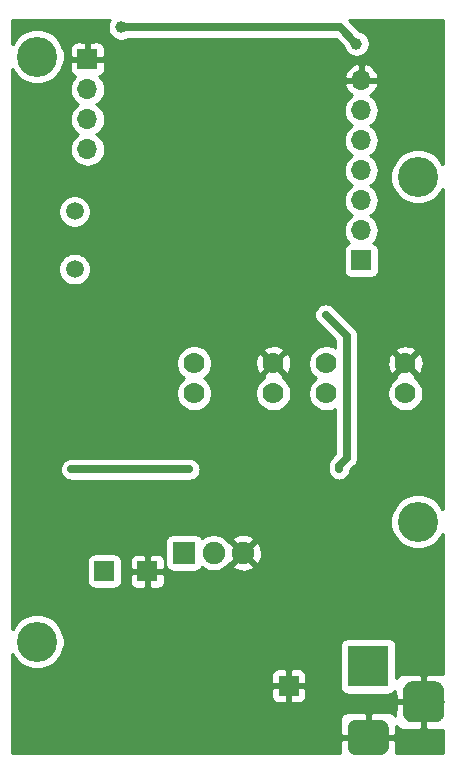
<source format=gbr>
G04 #@! TF.GenerationSoftware,KiCad,Pcbnew,(5.1.4)-1*
G04 #@! TF.CreationDate,2019-11-02T23:16:35-06:00*
G04 #@! TF.ProjectId,EncoderBoard,456e636f-6465-4724-926f-6172642e6b69,v1.0*
G04 #@! TF.SameCoordinates,Original*
G04 #@! TF.FileFunction,Copper,L2,Bot*
G04 #@! TF.FilePolarity,Positive*
%FSLAX46Y46*%
G04 Gerber Fmt 4.6, Leading zero omitted, Abs format (unit mm)*
G04 Created by KiCad (PCBNEW (5.1.4)-1) date 2019-11-02 23:16:35*
%MOMM*%
%LPD*%
G04 APERTURE LIST*
%ADD10C,1.900000*%
%ADD11R,1.900000X1.900000*%
%ADD12C,1.778000*%
%ADD13C,1.500000*%
%ADD14O,1.700000X1.700000*%
%ADD15R,1.700000X1.700000*%
%ADD16C,0.100000*%
%ADD17C,3.500000*%
%ADD18C,3.000000*%
%ADD19R,3.500000X3.500000*%
%ADD20C,3.400000*%
%ADD21C,0.450000*%
%ADD22C,1.000000*%
%ADD23C,0.635000*%
%ADD24C,0.254000*%
G04 APERTURE END LIST*
D10*
X124381647Y-129622056D03*
X121881647Y-129622056D03*
D11*
X119381647Y-129622056D03*
D12*
X126943860Y-113578640D03*
X120243860Y-113578640D03*
X126943860Y-116118640D03*
X120243860Y-116118640D03*
X138132560Y-113591340D03*
X131432560Y-113591340D03*
X138132560Y-116131340D03*
X131432560Y-116131340D03*
D13*
X110119160Y-105606240D03*
X110119160Y-100726240D03*
D14*
X134381240Y-89626440D03*
X134381240Y-92166440D03*
X134381240Y-94706440D03*
X134381240Y-97246440D03*
X134381240Y-99786440D03*
X134381240Y-102326440D03*
D15*
X134381240Y-104866440D03*
D14*
X111196120Y-95443040D03*
X111196120Y-92903040D03*
X111196120Y-90363040D03*
D15*
X111196120Y-87823040D03*
X112635407Y-131171456D03*
X116281200Y-131191000D03*
D16*
G36*
X140636365Y-140497013D02*
G01*
X140721304Y-140509613D01*
X140804599Y-140530477D01*
X140885448Y-140559405D01*
X140963072Y-140596119D01*
X141036724Y-140640264D01*
X141105694Y-140691416D01*
X141169318Y-140749082D01*
X141226984Y-140812706D01*
X141278136Y-140881676D01*
X141322281Y-140955328D01*
X141358995Y-141032952D01*
X141387923Y-141113801D01*
X141408787Y-141197096D01*
X141421387Y-141282035D01*
X141425600Y-141367800D01*
X141425600Y-143117800D01*
X141421387Y-143203565D01*
X141408787Y-143288504D01*
X141387923Y-143371799D01*
X141358995Y-143452648D01*
X141322281Y-143530272D01*
X141278136Y-143603924D01*
X141226984Y-143672894D01*
X141169318Y-143736518D01*
X141105694Y-143794184D01*
X141036724Y-143845336D01*
X140963072Y-143889481D01*
X140885448Y-143926195D01*
X140804599Y-143955123D01*
X140721304Y-143975987D01*
X140636365Y-143988587D01*
X140550600Y-143992800D01*
X138800600Y-143992800D01*
X138714835Y-143988587D01*
X138629896Y-143975987D01*
X138546601Y-143955123D01*
X138465752Y-143926195D01*
X138388128Y-143889481D01*
X138314476Y-143845336D01*
X138245506Y-143794184D01*
X138181882Y-143736518D01*
X138124216Y-143672894D01*
X138073064Y-143603924D01*
X138028919Y-143530272D01*
X137992205Y-143452648D01*
X137963277Y-143371799D01*
X137942413Y-143288504D01*
X137929813Y-143203565D01*
X137925600Y-143117800D01*
X137925600Y-141367800D01*
X137929813Y-141282035D01*
X137942413Y-141197096D01*
X137963277Y-141113801D01*
X137992205Y-141032952D01*
X138028919Y-140955328D01*
X138073064Y-140881676D01*
X138124216Y-140812706D01*
X138181882Y-140749082D01*
X138245506Y-140691416D01*
X138314476Y-140640264D01*
X138388128Y-140596119D01*
X138465752Y-140559405D01*
X138546601Y-140530477D01*
X138629896Y-140509613D01*
X138714835Y-140497013D01*
X138800600Y-140492800D01*
X140550600Y-140492800D01*
X140636365Y-140497013D01*
X140636365Y-140497013D01*
G37*
D17*
X139675600Y-142242800D03*
D16*
G36*
X136049113Y-143746411D02*
G01*
X136121918Y-143757211D01*
X136193314Y-143775095D01*
X136262613Y-143799890D01*
X136329148Y-143831359D01*
X136392278Y-143869198D01*
X136451395Y-143913042D01*
X136505930Y-143962470D01*
X136555358Y-144017005D01*
X136599202Y-144076122D01*
X136637041Y-144139252D01*
X136668510Y-144205787D01*
X136693305Y-144275086D01*
X136711189Y-144346482D01*
X136721989Y-144419287D01*
X136725600Y-144492800D01*
X136725600Y-145992800D01*
X136721989Y-146066313D01*
X136711189Y-146139118D01*
X136693305Y-146210514D01*
X136668510Y-146279813D01*
X136637041Y-146346348D01*
X136599202Y-146409478D01*
X136555358Y-146468595D01*
X136505930Y-146523130D01*
X136451395Y-146572558D01*
X136392278Y-146616402D01*
X136329148Y-146654241D01*
X136262613Y-146685710D01*
X136193314Y-146710505D01*
X136121918Y-146728389D01*
X136049113Y-146739189D01*
X135975600Y-146742800D01*
X133975600Y-146742800D01*
X133902087Y-146739189D01*
X133829282Y-146728389D01*
X133757886Y-146710505D01*
X133688587Y-146685710D01*
X133622052Y-146654241D01*
X133558922Y-146616402D01*
X133499805Y-146572558D01*
X133445270Y-146523130D01*
X133395842Y-146468595D01*
X133351998Y-146409478D01*
X133314159Y-146346348D01*
X133282690Y-146279813D01*
X133257895Y-146210514D01*
X133240011Y-146139118D01*
X133229211Y-146066313D01*
X133225600Y-145992800D01*
X133225600Y-144492800D01*
X133229211Y-144419287D01*
X133240011Y-144346482D01*
X133257895Y-144275086D01*
X133282690Y-144205787D01*
X133314159Y-144139252D01*
X133351998Y-144076122D01*
X133395842Y-144017005D01*
X133445270Y-143962470D01*
X133499805Y-143913042D01*
X133558922Y-143869198D01*
X133622052Y-143831359D01*
X133688587Y-143799890D01*
X133757886Y-143775095D01*
X133829282Y-143757211D01*
X133902087Y-143746411D01*
X133975600Y-143742800D01*
X135975600Y-143742800D01*
X136049113Y-143746411D01*
X136049113Y-143746411D01*
G37*
D18*
X134975600Y-145242800D03*
D19*
X134975600Y-139242800D03*
D15*
X128244600Y-140893800D03*
D20*
X139192000Y-97790000D03*
X106934000Y-137160000D03*
X106934000Y-87630000D03*
X139192000Y-127000000D03*
D21*
X125933200Y-98806000D03*
X128625600Y-102158800D03*
X131775200Y-98425000D03*
X116916200Y-105562400D03*
X113665000Y-106451400D03*
X112674400Y-109524800D03*
X112928400Y-110617000D03*
X112242600Y-112471200D03*
X110027712Y-111130088D03*
X123301760Y-119395240D03*
X131292600Y-128168400D03*
X110058200Y-125374400D03*
X123621800Y-141376400D03*
X116357400Y-141351000D03*
X113715800Y-141605000D03*
X112598200Y-142138400D03*
X133172200Y-130302000D03*
X108559600Y-93446600D03*
X127838200Y-110363000D03*
X114300000Y-144373600D03*
X124079000Y-110972600D03*
X124688600Y-110439200D03*
X125653800Y-110515400D03*
X130403600Y-118237000D03*
X127569367Y-130316833D03*
X128016000Y-129692400D03*
X123190000Y-139428943D03*
X114401600Y-98780600D03*
X116128800Y-98501200D03*
X119303800Y-99618800D03*
D22*
X115468400Y-86690200D03*
X135204200Y-85140800D03*
D21*
X131597400Y-90119200D03*
X108712000Y-121462800D03*
D22*
X114071400Y-85140800D03*
X133985000Y-86512400D03*
D21*
X109831000Y-122555000D03*
X119837200Y-122555000D03*
X132511800Y-122555000D03*
X131368800Y-109474000D03*
D23*
X114071400Y-85140800D02*
X132613400Y-85140800D01*
X132613400Y-85140800D02*
X133985000Y-86512400D01*
X109831000Y-122555000D02*
X119837200Y-122555000D01*
X119837200Y-122555000D02*
X119837200Y-122555000D01*
X132511800Y-122236802D02*
X133146800Y-121601802D01*
X132511800Y-122555000D02*
X132511800Y-122236802D01*
X133146800Y-121601802D02*
X133146800Y-111252000D01*
X133146800Y-111252000D02*
X131368800Y-109474000D01*
D24*
G36*
X113065576Y-84603176D02*
G01*
X112980017Y-84809733D01*
X112936400Y-85029012D01*
X112936400Y-85252588D01*
X112980017Y-85471867D01*
X113065576Y-85678424D01*
X113189788Y-85864320D01*
X113347880Y-86022412D01*
X113533776Y-86146624D01*
X113740333Y-86232183D01*
X113959612Y-86275800D01*
X114183188Y-86275800D01*
X114402467Y-86232183D01*
X114609024Y-86146624D01*
X114688829Y-86093300D01*
X132218862Y-86093300D01*
X132874892Y-86749330D01*
X132893617Y-86843467D01*
X132979176Y-87050024D01*
X133103388Y-87235920D01*
X133261480Y-87394012D01*
X133447376Y-87518224D01*
X133653933Y-87603783D01*
X133873212Y-87647400D01*
X134096788Y-87647400D01*
X134316067Y-87603783D01*
X134522624Y-87518224D01*
X134708520Y-87394012D01*
X134866612Y-87235920D01*
X134990824Y-87050024D01*
X135076383Y-86843467D01*
X135120000Y-86624188D01*
X135120000Y-86400612D01*
X135076383Y-86181333D01*
X134990824Y-85974776D01*
X134866612Y-85788880D01*
X134708520Y-85630788D01*
X134522624Y-85506576D01*
X134316067Y-85421017D01*
X134221930Y-85402292D01*
X133324238Y-84504600D01*
X141276000Y-84504600D01*
X141276000Y-96719573D01*
X141261250Y-96683963D01*
X141005713Y-96301524D01*
X140680476Y-95976287D01*
X140298037Y-95720750D01*
X139873094Y-95544733D01*
X139421977Y-95455000D01*
X138962023Y-95455000D01*
X138510906Y-95544733D01*
X138085963Y-95720750D01*
X137703524Y-95976287D01*
X137378287Y-96301524D01*
X137122750Y-96683963D01*
X136946733Y-97108906D01*
X136857000Y-97560023D01*
X136857000Y-98019977D01*
X136946733Y-98471094D01*
X137122750Y-98896037D01*
X137378287Y-99278476D01*
X137703524Y-99603713D01*
X138085963Y-99859250D01*
X138510906Y-100035267D01*
X138962023Y-100125000D01*
X139421977Y-100125000D01*
X139873094Y-100035267D01*
X140298037Y-99859250D01*
X140680476Y-99603713D01*
X141005713Y-99278476D01*
X141261250Y-98896037D01*
X141276000Y-98860427D01*
X141276001Y-125929574D01*
X141261250Y-125893963D01*
X141005713Y-125511524D01*
X140680476Y-125186287D01*
X140298037Y-124930750D01*
X139873094Y-124754733D01*
X139421977Y-124665000D01*
X138962023Y-124665000D01*
X138510906Y-124754733D01*
X138085963Y-124930750D01*
X137703524Y-125186287D01*
X137378287Y-125511524D01*
X137122750Y-125893963D01*
X136946733Y-126318906D01*
X136857000Y-126770023D01*
X136857000Y-127229977D01*
X136946733Y-127681094D01*
X137122750Y-128106037D01*
X137378287Y-128488476D01*
X137703524Y-128813713D01*
X138085963Y-129069250D01*
X138510906Y-129245267D01*
X138962023Y-129335000D01*
X139421977Y-129335000D01*
X139873094Y-129245267D01*
X140298037Y-129069250D01*
X140680476Y-128813713D01*
X141005713Y-128488476D01*
X141261250Y-128106037D01*
X141276001Y-128070426D01*
X141276001Y-139855042D01*
X139961350Y-139857800D01*
X139802600Y-140016550D01*
X139802600Y-142115800D01*
X139822600Y-142115800D01*
X139822600Y-142369800D01*
X139802600Y-142369800D01*
X139802600Y-144469050D01*
X139961350Y-144627800D01*
X141276001Y-144630558D01*
X141276001Y-146610000D01*
X137363336Y-146610000D01*
X137360600Y-145528550D01*
X137201850Y-145369800D01*
X135102600Y-145369800D01*
X135102600Y-145389800D01*
X134848600Y-145389800D01*
X134848600Y-145369800D01*
X132749350Y-145369800D01*
X132590600Y-145528550D01*
X132587864Y-146610000D01*
X104850000Y-146610000D01*
X104850000Y-143742800D01*
X132587528Y-143742800D01*
X132590600Y-144957050D01*
X132749350Y-145115800D01*
X134848600Y-145115800D01*
X134848600Y-143266550D01*
X135102600Y-143266550D01*
X135102600Y-145115800D01*
X137201850Y-145115800D01*
X137360600Y-144957050D01*
X137362298Y-144285995D01*
X137395063Y-144347294D01*
X137474415Y-144443985D01*
X137571106Y-144523337D01*
X137681420Y-144582302D01*
X137801118Y-144618612D01*
X137925600Y-144630872D01*
X139389850Y-144627800D01*
X139548600Y-144469050D01*
X139548600Y-142369800D01*
X137449350Y-142369800D01*
X137290600Y-142528550D01*
X137288669Y-143449167D01*
X137256137Y-143388306D01*
X137176785Y-143291615D01*
X137080094Y-143212263D01*
X136969780Y-143153298D01*
X136850082Y-143116988D01*
X136725600Y-143104728D01*
X135261350Y-143107800D01*
X135102600Y-143266550D01*
X134848600Y-143266550D01*
X134689850Y-143107800D01*
X133225600Y-143104728D01*
X133101118Y-143116988D01*
X132981420Y-143153298D01*
X132871106Y-143212263D01*
X132774415Y-143291615D01*
X132695063Y-143388306D01*
X132636098Y-143498620D01*
X132599788Y-143618318D01*
X132587528Y-143742800D01*
X104850000Y-143742800D01*
X104850000Y-141743800D01*
X126756528Y-141743800D01*
X126768788Y-141868282D01*
X126805098Y-141987980D01*
X126864063Y-142098294D01*
X126943415Y-142194985D01*
X127040106Y-142274337D01*
X127150420Y-142333302D01*
X127270118Y-142369612D01*
X127394600Y-142381872D01*
X127958850Y-142378800D01*
X128117600Y-142220050D01*
X128117600Y-141020800D01*
X128371600Y-141020800D01*
X128371600Y-142220050D01*
X128530350Y-142378800D01*
X129094600Y-142381872D01*
X129219082Y-142369612D01*
X129338780Y-142333302D01*
X129449094Y-142274337D01*
X129545785Y-142194985D01*
X129625137Y-142098294D01*
X129684102Y-141987980D01*
X129720412Y-141868282D01*
X129732672Y-141743800D01*
X129729600Y-141179550D01*
X129570850Y-141020800D01*
X128371600Y-141020800D01*
X128117600Y-141020800D01*
X126918350Y-141020800D01*
X126759600Y-141179550D01*
X126756528Y-141743800D01*
X104850000Y-141743800D01*
X104850000Y-140043800D01*
X126756528Y-140043800D01*
X126759600Y-140608050D01*
X126918350Y-140766800D01*
X128117600Y-140766800D01*
X128117600Y-139567550D01*
X128371600Y-139567550D01*
X128371600Y-140766800D01*
X129570850Y-140766800D01*
X129729600Y-140608050D01*
X129732672Y-140043800D01*
X129720412Y-139919318D01*
X129684102Y-139799620D01*
X129625137Y-139689306D01*
X129545785Y-139592615D01*
X129449094Y-139513263D01*
X129338780Y-139454298D01*
X129219082Y-139417988D01*
X129094600Y-139405728D01*
X128530350Y-139408800D01*
X128371600Y-139567550D01*
X128117600Y-139567550D01*
X127958850Y-139408800D01*
X127394600Y-139405728D01*
X127270118Y-139417988D01*
X127150420Y-139454298D01*
X127040106Y-139513263D01*
X126943415Y-139592615D01*
X126864063Y-139689306D01*
X126805098Y-139799620D01*
X126768788Y-139919318D01*
X126756528Y-140043800D01*
X104850000Y-140043800D01*
X104850000Y-138230427D01*
X104864750Y-138266037D01*
X105120287Y-138648476D01*
X105445524Y-138973713D01*
X105827963Y-139229250D01*
X106252906Y-139405267D01*
X106704023Y-139495000D01*
X107163977Y-139495000D01*
X107615094Y-139405267D01*
X108040037Y-139229250D01*
X108422476Y-138973713D01*
X108747713Y-138648476D01*
X109003250Y-138266037D01*
X109179267Y-137841094D01*
X109248547Y-137492800D01*
X132587528Y-137492800D01*
X132587528Y-140992800D01*
X132599788Y-141117282D01*
X132636098Y-141236980D01*
X132695063Y-141347294D01*
X132774415Y-141443985D01*
X132871106Y-141523337D01*
X132981420Y-141582302D01*
X133101118Y-141618612D01*
X133225600Y-141630872D01*
X136725600Y-141630872D01*
X136850082Y-141618612D01*
X136969780Y-141582302D01*
X137080094Y-141523337D01*
X137176785Y-141443985D01*
X137256137Y-141347294D01*
X137289191Y-141285455D01*
X137290600Y-141957050D01*
X137449350Y-142115800D01*
X139548600Y-142115800D01*
X139548600Y-140016550D01*
X139389850Y-139857800D01*
X137925600Y-139854728D01*
X137801118Y-139866988D01*
X137681420Y-139903298D01*
X137571106Y-139962263D01*
X137474415Y-140041615D01*
X137395063Y-140138306D01*
X137363672Y-140197033D01*
X137363672Y-137492800D01*
X137351412Y-137368318D01*
X137315102Y-137248620D01*
X137256137Y-137138306D01*
X137176785Y-137041615D01*
X137080094Y-136962263D01*
X136969780Y-136903298D01*
X136850082Y-136866988D01*
X136725600Y-136854728D01*
X133225600Y-136854728D01*
X133101118Y-136866988D01*
X132981420Y-136903298D01*
X132871106Y-136962263D01*
X132774415Y-137041615D01*
X132695063Y-137138306D01*
X132636098Y-137248620D01*
X132599788Y-137368318D01*
X132587528Y-137492800D01*
X109248547Y-137492800D01*
X109269000Y-137389977D01*
X109269000Y-136930023D01*
X109179267Y-136478906D01*
X109003250Y-136053963D01*
X108747713Y-135671524D01*
X108422476Y-135346287D01*
X108040037Y-135090750D01*
X107615094Y-134914733D01*
X107163977Y-134825000D01*
X106704023Y-134825000D01*
X106252906Y-134914733D01*
X105827963Y-135090750D01*
X105445524Y-135346287D01*
X105120287Y-135671524D01*
X104864750Y-136053963D01*
X104850000Y-136089573D01*
X104850000Y-130321456D01*
X111147335Y-130321456D01*
X111147335Y-132021456D01*
X111159595Y-132145938D01*
X111195905Y-132265636D01*
X111254870Y-132375950D01*
X111334222Y-132472641D01*
X111430913Y-132551993D01*
X111541227Y-132610958D01*
X111660925Y-132647268D01*
X111785407Y-132659528D01*
X113485407Y-132659528D01*
X113609889Y-132647268D01*
X113729587Y-132610958D01*
X113839901Y-132551993D01*
X113936592Y-132472641D01*
X114015944Y-132375950D01*
X114074909Y-132265636D01*
X114111219Y-132145938D01*
X114121554Y-132041000D01*
X114793128Y-132041000D01*
X114805388Y-132165482D01*
X114841698Y-132285180D01*
X114900663Y-132395494D01*
X114980015Y-132492185D01*
X115076706Y-132571537D01*
X115187020Y-132630502D01*
X115306718Y-132666812D01*
X115431200Y-132679072D01*
X115995450Y-132676000D01*
X116154200Y-132517250D01*
X116154200Y-131318000D01*
X116408200Y-131318000D01*
X116408200Y-132517250D01*
X116566950Y-132676000D01*
X117131200Y-132679072D01*
X117255682Y-132666812D01*
X117375380Y-132630502D01*
X117485694Y-132571537D01*
X117582385Y-132492185D01*
X117661737Y-132395494D01*
X117720702Y-132285180D01*
X117757012Y-132165482D01*
X117769272Y-132041000D01*
X117766200Y-131476750D01*
X117607450Y-131318000D01*
X116408200Y-131318000D01*
X116154200Y-131318000D01*
X114954950Y-131318000D01*
X114796200Y-131476750D01*
X114793128Y-132041000D01*
X114121554Y-132041000D01*
X114123479Y-132021456D01*
X114123479Y-130341000D01*
X114793128Y-130341000D01*
X114796200Y-130905250D01*
X114954950Y-131064000D01*
X116154200Y-131064000D01*
X116154200Y-129864750D01*
X116408200Y-129864750D01*
X116408200Y-131064000D01*
X117607450Y-131064000D01*
X117766200Y-130905250D01*
X117769272Y-130341000D01*
X117757012Y-130216518D01*
X117720702Y-130096820D01*
X117661737Y-129986506D01*
X117582385Y-129889815D01*
X117485694Y-129810463D01*
X117375380Y-129751498D01*
X117255682Y-129715188D01*
X117131200Y-129702928D01*
X116566950Y-129706000D01*
X116408200Y-129864750D01*
X116154200Y-129864750D01*
X115995450Y-129706000D01*
X115431200Y-129702928D01*
X115306718Y-129715188D01*
X115187020Y-129751498D01*
X115076706Y-129810463D01*
X114980015Y-129889815D01*
X114900663Y-129986506D01*
X114841698Y-130096820D01*
X114805388Y-130216518D01*
X114793128Y-130341000D01*
X114123479Y-130341000D01*
X114123479Y-130321456D01*
X114111219Y-130196974D01*
X114074909Y-130077276D01*
X114015944Y-129966962D01*
X113936592Y-129870271D01*
X113839901Y-129790919D01*
X113729587Y-129731954D01*
X113609889Y-129695644D01*
X113485407Y-129683384D01*
X111785407Y-129683384D01*
X111660925Y-129695644D01*
X111541227Y-129731954D01*
X111430913Y-129790919D01*
X111334222Y-129870271D01*
X111254870Y-129966962D01*
X111195905Y-130077276D01*
X111159595Y-130196974D01*
X111147335Y-130321456D01*
X104850000Y-130321456D01*
X104850000Y-128672056D01*
X117793575Y-128672056D01*
X117793575Y-130572056D01*
X117805835Y-130696538D01*
X117842145Y-130816236D01*
X117901110Y-130926550D01*
X117980462Y-131023241D01*
X118077153Y-131102593D01*
X118187467Y-131161558D01*
X118307165Y-131197868D01*
X118431647Y-131210128D01*
X120331647Y-131210128D01*
X120456129Y-131197868D01*
X120575827Y-131161558D01*
X120686141Y-131102593D01*
X120782832Y-131023241D01*
X120862184Y-130926550D01*
X120893461Y-130868035D01*
X121130868Y-131026665D01*
X121419320Y-131146145D01*
X121725538Y-131207056D01*
X122037756Y-131207056D01*
X122343974Y-131146145D01*
X122632426Y-131026665D01*
X122892026Y-130853206D01*
X123023424Y-130721808D01*
X123461500Y-130721808D01*
X123551226Y-130981098D01*
X123832318Y-131116991D01*
X124134520Y-131195435D01*
X124446220Y-131213415D01*
X124755438Y-131170240D01*
X125050291Y-131067569D01*
X125212068Y-130981098D01*
X125301794Y-130721808D01*
X124381647Y-129801661D01*
X123461500Y-130721808D01*
X123023424Y-130721808D01*
X123112797Y-130632435D01*
X123193522Y-130511622D01*
X123281895Y-130542203D01*
X124202042Y-129622056D01*
X124561252Y-129622056D01*
X125481399Y-130542203D01*
X125740689Y-130452477D01*
X125876582Y-130171385D01*
X125955026Y-129869183D01*
X125973006Y-129557483D01*
X125929831Y-129248265D01*
X125827160Y-128953412D01*
X125740689Y-128791635D01*
X125481399Y-128701909D01*
X124561252Y-129622056D01*
X124202042Y-129622056D01*
X123281895Y-128701909D01*
X123193522Y-128732490D01*
X123112797Y-128611677D01*
X123023424Y-128522304D01*
X123461500Y-128522304D01*
X124381647Y-129442451D01*
X125301794Y-128522304D01*
X125212068Y-128263014D01*
X124930976Y-128127121D01*
X124628774Y-128048677D01*
X124317074Y-128030697D01*
X124007856Y-128073872D01*
X123713003Y-128176543D01*
X123551226Y-128263014D01*
X123461500Y-128522304D01*
X123023424Y-128522304D01*
X122892026Y-128390906D01*
X122632426Y-128217447D01*
X122343974Y-128097967D01*
X122037756Y-128037056D01*
X121725538Y-128037056D01*
X121419320Y-128097967D01*
X121130868Y-128217447D01*
X120893461Y-128376077D01*
X120862184Y-128317562D01*
X120782832Y-128220871D01*
X120686141Y-128141519D01*
X120575827Y-128082554D01*
X120456129Y-128046244D01*
X120331647Y-128033984D01*
X118431647Y-128033984D01*
X118307165Y-128046244D01*
X118187467Y-128082554D01*
X118077153Y-128141519D01*
X117980462Y-128220871D01*
X117901110Y-128317562D01*
X117842145Y-128427876D01*
X117805835Y-128547574D01*
X117793575Y-128672056D01*
X104850000Y-128672056D01*
X104850000Y-122555000D01*
X108873892Y-122555000D01*
X108892283Y-122741723D01*
X108946748Y-122921269D01*
X109035194Y-123086741D01*
X109154222Y-123231778D01*
X109299259Y-123350806D01*
X109464731Y-123439252D01*
X109644277Y-123493717D01*
X109784215Y-123507500D01*
X119883985Y-123507500D01*
X120023923Y-123493717D01*
X120203469Y-123439252D01*
X120368941Y-123350806D01*
X120513978Y-123231778D01*
X120633006Y-123086741D01*
X120721452Y-122921269D01*
X120775917Y-122741723D01*
X120794308Y-122555000D01*
X120775917Y-122368277D01*
X120721452Y-122188731D01*
X120633006Y-122023259D01*
X120513978Y-121878222D01*
X120368941Y-121759194D01*
X120203469Y-121670748D01*
X120023923Y-121616283D01*
X119883985Y-121602500D01*
X109784215Y-121602500D01*
X109644277Y-121616283D01*
X109464731Y-121670748D01*
X109299259Y-121759194D01*
X109154222Y-121878222D01*
X109035194Y-122023259D01*
X108946748Y-122188731D01*
X108892283Y-122368277D01*
X108873892Y-122555000D01*
X104850000Y-122555000D01*
X104850000Y-113428539D01*
X118719860Y-113428539D01*
X118719860Y-113728741D01*
X118778426Y-114023174D01*
X118893309Y-114300525D01*
X119060092Y-114550133D01*
X119272367Y-114762408D01*
X119401422Y-114848640D01*
X119272367Y-114934872D01*
X119060092Y-115147147D01*
X118893309Y-115396755D01*
X118778426Y-115674106D01*
X118719860Y-115968539D01*
X118719860Y-116268741D01*
X118778426Y-116563174D01*
X118893309Y-116840525D01*
X119060092Y-117090133D01*
X119272367Y-117302408D01*
X119521975Y-117469191D01*
X119799326Y-117584074D01*
X120093759Y-117642640D01*
X120393961Y-117642640D01*
X120688394Y-117584074D01*
X120965745Y-117469191D01*
X121215353Y-117302408D01*
X121427628Y-117090133D01*
X121594411Y-116840525D01*
X121709294Y-116563174D01*
X121767860Y-116268741D01*
X121767860Y-115968539D01*
X125419860Y-115968539D01*
X125419860Y-116268741D01*
X125478426Y-116563174D01*
X125593309Y-116840525D01*
X125760092Y-117090133D01*
X125972367Y-117302408D01*
X126221975Y-117469191D01*
X126499326Y-117584074D01*
X126793759Y-117642640D01*
X127093961Y-117642640D01*
X127388394Y-117584074D01*
X127665745Y-117469191D01*
X127915353Y-117302408D01*
X128127628Y-117090133D01*
X128294411Y-116840525D01*
X128409294Y-116563174D01*
X128467860Y-116268741D01*
X128467860Y-115968539D01*
X128409294Y-115674106D01*
X128294411Y-115396755D01*
X128127628Y-115147147D01*
X127915353Y-114934872D01*
X127757238Y-114829223D01*
X127820486Y-114634871D01*
X126943860Y-113758245D01*
X126067234Y-114634871D01*
X126130482Y-114829223D01*
X125972367Y-114934872D01*
X125760092Y-115147147D01*
X125593309Y-115396755D01*
X125478426Y-115674106D01*
X125419860Y-115968539D01*
X121767860Y-115968539D01*
X121709294Y-115674106D01*
X121594411Y-115396755D01*
X121427628Y-115147147D01*
X121215353Y-114934872D01*
X121086298Y-114848640D01*
X121215353Y-114762408D01*
X121427628Y-114550133D01*
X121594411Y-114300525D01*
X121709294Y-114023174D01*
X121767860Y-113728741D01*
X121767860Y-113645628D01*
X125413952Y-113645628D01*
X125456417Y-113942811D01*
X125556044Y-114225999D01*
X125634571Y-114372913D01*
X125887629Y-114455266D01*
X126764255Y-113578640D01*
X127123465Y-113578640D01*
X128000091Y-114455266D01*
X128253149Y-114372913D01*
X128382946Y-114102222D01*
X128457440Y-113811410D01*
X128473768Y-113511652D01*
X128463707Y-113441239D01*
X129908560Y-113441239D01*
X129908560Y-113741441D01*
X129967126Y-114035874D01*
X130082009Y-114313225D01*
X130248792Y-114562833D01*
X130461067Y-114775108D01*
X130590122Y-114861340D01*
X130461067Y-114947572D01*
X130248792Y-115159847D01*
X130082009Y-115409455D01*
X129967126Y-115686806D01*
X129908560Y-115981239D01*
X129908560Y-116281441D01*
X129967126Y-116575874D01*
X130082009Y-116853225D01*
X130248792Y-117102833D01*
X130461067Y-117315108D01*
X130710675Y-117481891D01*
X130988026Y-117596774D01*
X131282459Y-117655340D01*
X131582661Y-117655340D01*
X131877094Y-117596774D01*
X132154445Y-117481891D01*
X132194300Y-117455260D01*
X132194300Y-121207265D01*
X131871365Y-121530199D01*
X131835023Y-121560024D01*
X131715994Y-121705061D01*
X131627548Y-121870533D01*
X131581219Y-122023259D01*
X131573083Y-122050080D01*
X131554692Y-122236802D01*
X131559300Y-122283587D01*
X131559300Y-122601784D01*
X131573083Y-122741722D01*
X131627548Y-122921268D01*
X131715994Y-123086741D01*
X131835022Y-123231778D01*
X131980059Y-123350806D01*
X132145531Y-123439252D01*
X132325077Y-123493717D01*
X132511800Y-123512108D01*
X132698522Y-123493717D01*
X132878068Y-123439252D01*
X133043541Y-123350806D01*
X133188578Y-123231778D01*
X133307606Y-123086741D01*
X133396052Y-122921269D01*
X133450517Y-122741723D01*
X133461071Y-122634569D01*
X133787226Y-122308413D01*
X133823578Y-122278580D01*
X133942606Y-122133543D01*
X134010361Y-122006782D01*
X134031052Y-121968072D01*
X134060640Y-121870533D01*
X134085517Y-121788525D01*
X134099300Y-121648587D01*
X134099300Y-121648586D01*
X134103908Y-121601802D01*
X134099300Y-121555017D01*
X134099300Y-115981239D01*
X136608560Y-115981239D01*
X136608560Y-116281441D01*
X136667126Y-116575874D01*
X136782009Y-116853225D01*
X136948792Y-117102833D01*
X137161067Y-117315108D01*
X137410675Y-117481891D01*
X137688026Y-117596774D01*
X137982459Y-117655340D01*
X138282661Y-117655340D01*
X138577094Y-117596774D01*
X138854445Y-117481891D01*
X139104053Y-117315108D01*
X139316328Y-117102833D01*
X139483111Y-116853225D01*
X139597994Y-116575874D01*
X139656560Y-116281441D01*
X139656560Y-115981239D01*
X139597994Y-115686806D01*
X139483111Y-115409455D01*
X139316328Y-115159847D01*
X139104053Y-114947572D01*
X138945938Y-114841923D01*
X139009186Y-114647571D01*
X138132560Y-113770945D01*
X137255934Y-114647571D01*
X137319182Y-114841923D01*
X137161067Y-114947572D01*
X136948792Y-115159847D01*
X136782009Y-115409455D01*
X136667126Y-115686806D01*
X136608560Y-115981239D01*
X134099300Y-115981239D01*
X134099300Y-113658328D01*
X136602652Y-113658328D01*
X136645117Y-113955511D01*
X136744744Y-114238699D01*
X136823271Y-114385613D01*
X137076329Y-114467966D01*
X137952955Y-113591340D01*
X138312165Y-113591340D01*
X139188791Y-114467966D01*
X139441849Y-114385613D01*
X139571646Y-114114922D01*
X139646140Y-113824110D01*
X139662468Y-113524352D01*
X139620003Y-113227169D01*
X139520376Y-112943981D01*
X139441849Y-112797067D01*
X139188791Y-112714714D01*
X138312165Y-113591340D01*
X137952955Y-113591340D01*
X137076329Y-112714714D01*
X136823271Y-112797067D01*
X136693474Y-113067758D01*
X136618980Y-113358570D01*
X136602652Y-113658328D01*
X134099300Y-113658328D01*
X134099300Y-112535109D01*
X137255934Y-112535109D01*
X138132560Y-113411735D01*
X139009186Y-112535109D01*
X138926833Y-112282051D01*
X138656142Y-112152254D01*
X138365330Y-112077760D01*
X138065572Y-112061432D01*
X137768389Y-112103897D01*
X137485201Y-112203524D01*
X137338287Y-112282051D01*
X137255934Y-112535109D01*
X134099300Y-112535109D01*
X134099300Y-111298785D01*
X134103908Y-111252000D01*
X134085517Y-111065278D01*
X134031052Y-110885730D01*
X133986829Y-110802995D01*
X133942606Y-110720259D01*
X133823578Y-110575222D01*
X133787236Y-110545397D01*
X132009237Y-108767399D01*
X131900540Y-108678194D01*
X131735069Y-108589749D01*
X131555522Y-108535283D01*
X131368800Y-108516892D01*
X131182078Y-108535283D01*
X131002531Y-108589749D01*
X130837060Y-108678194D01*
X130692023Y-108797223D01*
X130572994Y-108942260D01*
X130484549Y-109107731D01*
X130430083Y-109287278D01*
X130411692Y-109474000D01*
X130430083Y-109660722D01*
X130484549Y-109840269D01*
X130572994Y-110005740D01*
X130662199Y-110114437D01*
X132194301Y-111646540D01*
X132194301Y-112267420D01*
X132154445Y-112240789D01*
X131877094Y-112125906D01*
X131582661Y-112067340D01*
X131282459Y-112067340D01*
X130988026Y-112125906D01*
X130710675Y-112240789D01*
X130461067Y-112407572D01*
X130248792Y-112619847D01*
X130082009Y-112869455D01*
X129967126Y-113146806D01*
X129908560Y-113441239D01*
X128463707Y-113441239D01*
X128431303Y-113214469D01*
X128331676Y-112931281D01*
X128253149Y-112784367D01*
X128000091Y-112702014D01*
X127123465Y-113578640D01*
X126764255Y-113578640D01*
X125887629Y-112702014D01*
X125634571Y-112784367D01*
X125504774Y-113055058D01*
X125430280Y-113345870D01*
X125413952Y-113645628D01*
X121767860Y-113645628D01*
X121767860Y-113428539D01*
X121709294Y-113134106D01*
X121594411Y-112856755D01*
X121427628Y-112607147D01*
X121342890Y-112522409D01*
X126067234Y-112522409D01*
X126943860Y-113399035D01*
X127820486Y-112522409D01*
X127738133Y-112269351D01*
X127467442Y-112139554D01*
X127176630Y-112065060D01*
X126876872Y-112048732D01*
X126579689Y-112091197D01*
X126296501Y-112190824D01*
X126149587Y-112269351D01*
X126067234Y-112522409D01*
X121342890Y-112522409D01*
X121215353Y-112394872D01*
X120965745Y-112228089D01*
X120688394Y-112113206D01*
X120393961Y-112054640D01*
X120093759Y-112054640D01*
X119799326Y-112113206D01*
X119521975Y-112228089D01*
X119272367Y-112394872D01*
X119060092Y-112607147D01*
X118893309Y-112856755D01*
X118778426Y-113134106D01*
X118719860Y-113428539D01*
X104850000Y-113428539D01*
X104850000Y-105469829D01*
X108734160Y-105469829D01*
X108734160Y-105742651D01*
X108787385Y-106010229D01*
X108891789Y-106262283D01*
X109043361Y-106489126D01*
X109236274Y-106682039D01*
X109463117Y-106833611D01*
X109715171Y-106938015D01*
X109982749Y-106991240D01*
X110255571Y-106991240D01*
X110523149Y-106938015D01*
X110775203Y-106833611D01*
X111002046Y-106682039D01*
X111194959Y-106489126D01*
X111346531Y-106262283D01*
X111450935Y-106010229D01*
X111504160Y-105742651D01*
X111504160Y-105469829D01*
X111450935Y-105202251D01*
X111346531Y-104950197D01*
X111194959Y-104723354D01*
X111002046Y-104530441D01*
X110775203Y-104378869D01*
X110523149Y-104274465D01*
X110255571Y-104221240D01*
X109982749Y-104221240D01*
X109715171Y-104274465D01*
X109463117Y-104378869D01*
X109236274Y-104530441D01*
X109043361Y-104723354D01*
X108891789Y-104950197D01*
X108787385Y-105202251D01*
X108734160Y-105469829D01*
X104850000Y-105469829D01*
X104850000Y-100589829D01*
X108734160Y-100589829D01*
X108734160Y-100862651D01*
X108787385Y-101130229D01*
X108891789Y-101382283D01*
X109043361Y-101609126D01*
X109236274Y-101802039D01*
X109463117Y-101953611D01*
X109715171Y-102058015D01*
X109982749Y-102111240D01*
X110255571Y-102111240D01*
X110523149Y-102058015D01*
X110775203Y-101953611D01*
X111002046Y-101802039D01*
X111194959Y-101609126D01*
X111346531Y-101382283D01*
X111450935Y-101130229D01*
X111504160Y-100862651D01*
X111504160Y-100589829D01*
X111450935Y-100322251D01*
X111346531Y-100070197D01*
X111194959Y-99843354D01*
X111002046Y-99650441D01*
X110775203Y-99498869D01*
X110523149Y-99394465D01*
X110255571Y-99341240D01*
X109982749Y-99341240D01*
X109715171Y-99394465D01*
X109463117Y-99498869D01*
X109236274Y-99650441D01*
X109043361Y-99843354D01*
X108891789Y-100070197D01*
X108787385Y-100322251D01*
X108734160Y-100589829D01*
X104850000Y-100589829D01*
X104850000Y-90363040D01*
X109703935Y-90363040D01*
X109732607Y-90654151D01*
X109817521Y-90934074D01*
X109955414Y-91192054D01*
X110140986Y-91418174D01*
X110367106Y-91603746D01*
X110421911Y-91633040D01*
X110367106Y-91662334D01*
X110140986Y-91847906D01*
X109955414Y-92074026D01*
X109817521Y-92332006D01*
X109732607Y-92611929D01*
X109703935Y-92903040D01*
X109732607Y-93194151D01*
X109817521Y-93474074D01*
X109955414Y-93732054D01*
X110140986Y-93958174D01*
X110367106Y-94143746D01*
X110421911Y-94173040D01*
X110367106Y-94202334D01*
X110140986Y-94387906D01*
X109955414Y-94614026D01*
X109817521Y-94872006D01*
X109732607Y-95151929D01*
X109703935Y-95443040D01*
X109732607Y-95734151D01*
X109817521Y-96014074D01*
X109955414Y-96272054D01*
X110140986Y-96498174D01*
X110367106Y-96683746D01*
X110625086Y-96821639D01*
X110905009Y-96906553D01*
X111123170Y-96928040D01*
X111269070Y-96928040D01*
X111487231Y-96906553D01*
X111767154Y-96821639D01*
X112025134Y-96683746D01*
X112251254Y-96498174D01*
X112436826Y-96272054D01*
X112574719Y-96014074D01*
X112659633Y-95734151D01*
X112688305Y-95443040D01*
X112659633Y-95151929D01*
X112574719Y-94872006D01*
X112436826Y-94614026D01*
X112251254Y-94387906D01*
X112025134Y-94202334D01*
X111970329Y-94173040D01*
X112025134Y-94143746D01*
X112251254Y-93958174D01*
X112436826Y-93732054D01*
X112574719Y-93474074D01*
X112659633Y-93194151D01*
X112688305Y-92903040D01*
X112659633Y-92611929D01*
X112574719Y-92332006D01*
X112486223Y-92166440D01*
X132889055Y-92166440D01*
X132917727Y-92457551D01*
X133002641Y-92737474D01*
X133140534Y-92995454D01*
X133326106Y-93221574D01*
X133552226Y-93407146D01*
X133607031Y-93436440D01*
X133552226Y-93465734D01*
X133326106Y-93651306D01*
X133140534Y-93877426D01*
X133002641Y-94135406D01*
X132917727Y-94415329D01*
X132889055Y-94706440D01*
X132917727Y-94997551D01*
X133002641Y-95277474D01*
X133140534Y-95535454D01*
X133326106Y-95761574D01*
X133552226Y-95947146D01*
X133607031Y-95976440D01*
X133552226Y-96005734D01*
X133326106Y-96191306D01*
X133140534Y-96417426D01*
X133002641Y-96675406D01*
X132917727Y-96955329D01*
X132889055Y-97246440D01*
X132917727Y-97537551D01*
X133002641Y-97817474D01*
X133140534Y-98075454D01*
X133326106Y-98301574D01*
X133552226Y-98487146D01*
X133607031Y-98516440D01*
X133552226Y-98545734D01*
X133326106Y-98731306D01*
X133140534Y-98957426D01*
X133002641Y-99215406D01*
X132917727Y-99495329D01*
X132889055Y-99786440D01*
X132917727Y-100077551D01*
X133002641Y-100357474D01*
X133140534Y-100615454D01*
X133326106Y-100841574D01*
X133552226Y-101027146D01*
X133607031Y-101056440D01*
X133552226Y-101085734D01*
X133326106Y-101271306D01*
X133140534Y-101497426D01*
X133002641Y-101755406D01*
X132917727Y-102035329D01*
X132889055Y-102326440D01*
X132917727Y-102617551D01*
X133002641Y-102897474D01*
X133140534Y-103155454D01*
X133326106Y-103381574D01*
X133355927Y-103406047D01*
X133287060Y-103426938D01*
X133176746Y-103485903D01*
X133080055Y-103565255D01*
X133000703Y-103661946D01*
X132941738Y-103772260D01*
X132905428Y-103891958D01*
X132893168Y-104016440D01*
X132893168Y-105716440D01*
X132905428Y-105840922D01*
X132941738Y-105960620D01*
X133000703Y-106070934D01*
X133080055Y-106167625D01*
X133176746Y-106246977D01*
X133287060Y-106305942D01*
X133406758Y-106342252D01*
X133531240Y-106354512D01*
X135231240Y-106354512D01*
X135355722Y-106342252D01*
X135475420Y-106305942D01*
X135585734Y-106246977D01*
X135682425Y-106167625D01*
X135761777Y-106070934D01*
X135820742Y-105960620D01*
X135857052Y-105840922D01*
X135869312Y-105716440D01*
X135869312Y-104016440D01*
X135857052Y-103891958D01*
X135820742Y-103772260D01*
X135761777Y-103661946D01*
X135682425Y-103565255D01*
X135585734Y-103485903D01*
X135475420Y-103426938D01*
X135406553Y-103406047D01*
X135436374Y-103381574D01*
X135621946Y-103155454D01*
X135759839Y-102897474D01*
X135844753Y-102617551D01*
X135873425Y-102326440D01*
X135844753Y-102035329D01*
X135759839Y-101755406D01*
X135621946Y-101497426D01*
X135436374Y-101271306D01*
X135210254Y-101085734D01*
X135155449Y-101056440D01*
X135210254Y-101027146D01*
X135436374Y-100841574D01*
X135621946Y-100615454D01*
X135759839Y-100357474D01*
X135844753Y-100077551D01*
X135873425Y-99786440D01*
X135844753Y-99495329D01*
X135759839Y-99215406D01*
X135621946Y-98957426D01*
X135436374Y-98731306D01*
X135210254Y-98545734D01*
X135155449Y-98516440D01*
X135210254Y-98487146D01*
X135436374Y-98301574D01*
X135621946Y-98075454D01*
X135759839Y-97817474D01*
X135844753Y-97537551D01*
X135873425Y-97246440D01*
X135844753Y-96955329D01*
X135759839Y-96675406D01*
X135621946Y-96417426D01*
X135436374Y-96191306D01*
X135210254Y-96005734D01*
X135155449Y-95976440D01*
X135210254Y-95947146D01*
X135436374Y-95761574D01*
X135621946Y-95535454D01*
X135759839Y-95277474D01*
X135844753Y-94997551D01*
X135873425Y-94706440D01*
X135844753Y-94415329D01*
X135759839Y-94135406D01*
X135621946Y-93877426D01*
X135436374Y-93651306D01*
X135210254Y-93465734D01*
X135155449Y-93436440D01*
X135210254Y-93407146D01*
X135436374Y-93221574D01*
X135621946Y-92995454D01*
X135759839Y-92737474D01*
X135844753Y-92457551D01*
X135873425Y-92166440D01*
X135844753Y-91875329D01*
X135759839Y-91595406D01*
X135621946Y-91337426D01*
X135436374Y-91111306D01*
X135210254Y-90925734D01*
X135145717Y-90891239D01*
X135262595Y-90821618D01*
X135478828Y-90626709D01*
X135652881Y-90393360D01*
X135778065Y-90130539D01*
X135822716Y-89983330D01*
X135701395Y-89753440D01*
X134508240Y-89753440D01*
X134508240Y-89773440D01*
X134254240Y-89773440D01*
X134254240Y-89753440D01*
X133061085Y-89753440D01*
X132939764Y-89983330D01*
X132984415Y-90130539D01*
X133109599Y-90393360D01*
X133283652Y-90626709D01*
X133499885Y-90821618D01*
X133616763Y-90891239D01*
X133552226Y-90925734D01*
X133326106Y-91111306D01*
X133140534Y-91337426D01*
X133002641Y-91595406D01*
X132917727Y-91875329D01*
X132889055Y-92166440D01*
X112486223Y-92166440D01*
X112436826Y-92074026D01*
X112251254Y-91847906D01*
X112025134Y-91662334D01*
X111970329Y-91633040D01*
X112025134Y-91603746D01*
X112251254Y-91418174D01*
X112436826Y-91192054D01*
X112574719Y-90934074D01*
X112659633Y-90654151D01*
X112688305Y-90363040D01*
X112659633Y-90071929D01*
X112574719Y-89792006D01*
X112436826Y-89534026D01*
X112251254Y-89307906D01*
X112221433Y-89283433D01*
X112267198Y-89269550D01*
X132939764Y-89269550D01*
X133061085Y-89499440D01*
X134254240Y-89499440D01*
X134254240Y-88305626D01*
X134508240Y-88305626D01*
X134508240Y-89499440D01*
X135701395Y-89499440D01*
X135822716Y-89269550D01*
X135778065Y-89122341D01*
X135652881Y-88859520D01*
X135478828Y-88626171D01*
X135262595Y-88431262D01*
X135012492Y-88282283D01*
X134738131Y-88184959D01*
X134508240Y-88305626D01*
X134254240Y-88305626D01*
X134024349Y-88184959D01*
X133749988Y-88282283D01*
X133499885Y-88431262D01*
X133283652Y-88626171D01*
X133109599Y-88859520D01*
X132984415Y-89122341D01*
X132939764Y-89269550D01*
X112267198Y-89269550D01*
X112290300Y-89262542D01*
X112400614Y-89203577D01*
X112497305Y-89124225D01*
X112576657Y-89027534D01*
X112635622Y-88917220D01*
X112671932Y-88797522D01*
X112684192Y-88673040D01*
X112681120Y-88108790D01*
X112522370Y-87950040D01*
X111323120Y-87950040D01*
X111323120Y-87970040D01*
X111069120Y-87970040D01*
X111069120Y-87950040D01*
X109869870Y-87950040D01*
X109711120Y-88108790D01*
X109708048Y-88673040D01*
X109720308Y-88797522D01*
X109756618Y-88917220D01*
X109815583Y-89027534D01*
X109894935Y-89124225D01*
X109991626Y-89203577D01*
X110101940Y-89262542D01*
X110170807Y-89283433D01*
X110140986Y-89307906D01*
X109955414Y-89534026D01*
X109817521Y-89792006D01*
X109732607Y-90071929D01*
X109703935Y-90363040D01*
X104850000Y-90363040D01*
X104850000Y-88700427D01*
X104864750Y-88736037D01*
X105120287Y-89118476D01*
X105445524Y-89443713D01*
X105827963Y-89699250D01*
X106252906Y-89875267D01*
X106704023Y-89965000D01*
X107163977Y-89965000D01*
X107615094Y-89875267D01*
X108040037Y-89699250D01*
X108422476Y-89443713D01*
X108747713Y-89118476D01*
X109003250Y-88736037D01*
X109179267Y-88311094D01*
X109269000Y-87859977D01*
X109269000Y-87400023D01*
X109184068Y-86973040D01*
X109708048Y-86973040D01*
X109711120Y-87537290D01*
X109869870Y-87696040D01*
X111069120Y-87696040D01*
X111069120Y-86496790D01*
X111323120Y-86496790D01*
X111323120Y-87696040D01*
X112522370Y-87696040D01*
X112681120Y-87537290D01*
X112684192Y-86973040D01*
X112671932Y-86848558D01*
X112635622Y-86728860D01*
X112576657Y-86618546D01*
X112497305Y-86521855D01*
X112400614Y-86442503D01*
X112290300Y-86383538D01*
X112170602Y-86347228D01*
X112046120Y-86334968D01*
X111481870Y-86338040D01*
X111323120Y-86496790D01*
X111069120Y-86496790D01*
X110910370Y-86338040D01*
X110346120Y-86334968D01*
X110221638Y-86347228D01*
X110101940Y-86383538D01*
X109991626Y-86442503D01*
X109894935Y-86521855D01*
X109815583Y-86618546D01*
X109756618Y-86728860D01*
X109720308Y-86848558D01*
X109708048Y-86973040D01*
X109184068Y-86973040D01*
X109179267Y-86948906D01*
X109003250Y-86523963D01*
X108747713Y-86141524D01*
X108422476Y-85816287D01*
X108040037Y-85560750D01*
X107615094Y-85384733D01*
X107163977Y-85295000D01*
X106704023Y-85295000D01*
X106252906Y-85384733D01*
X105827963Y-85560750D01*
X105445524Y-85816287D01*
X105120287Y-86141524D01*
X104864750Y-86523963D01*
X104850000Y-86559573D01*
X104850000Y-84504600D01*
X113131443Y-84504600D01*
X113065576Y-84603176D01*
X113065576Y-84603176D01*
G37*
X113065576Y-84603176D02*
X112980017Y-84809733D01*
X112936400Y-85029012D01*
X112936400Y-85252588D01*
X112980017Y-85471867D01*
X113065576Y-85678424D01*
X113189788Y-85864320D01*
X113347880Y-86022412D01*
X113533776Y-86146624D01*
X113740333Y-86232183D01*
X113959612Y-86275800D01*
X114183188Y-86275800D01*
X114402467Y-86232183D01*
X114609024Y-86146624D01*
X114688829Y-86093300D01*
X132218862Y-86093300D01*
X132874892Y-86749330D01*
X132893617Y-86843467D01*
X132979176Y-87050024D01*
X133103388Y-87235920D01*
X133261480Y-87394012D01*
X133447376Y-87518224D01*
X133653933Y-87603783D01*
X133873212Y-87647400D01*
X134096788Y-87647400D01*
X134316067Y-87603783D01*
X134522624Y-87518224D01*
X134708520Y-87394012D01*
X134866612Y-87235920D01*
X134990824Y-87050024D01*
X135076383Y-86843467D01*
X135120000Y-86624188D01*
X135120000Y-86400612D01*
X135076383Y-86181333D01*
X134990824Y-85974776D01*
X134866612Y-85788880D01*
X134708520Y-85630788D01*
X134522624Y-85506576D01*
X134316067Y-85421017D01*
X134221930Y-85402292D01*
X133324238Y-84504600D01*
X141276000Y-84504600D01*
X141276000Y-96719573D01*
X141261250Y-96683963D01*
X141005713Y-96301524D01*
X140680476Y-95976287D01*
X140298037Y-95720750D01*
X139873094Y-95544733D01*
X139421977Y-95455000D01*
X138962023Y-95455000D01*
X138510906Y-95544733D01*
X138085963Y-95720750D01*
X137703524Y-95976287D01*
X137378287Y-96301524D01*
X137122750Y-96683963D01*
X136946733Y-97108906D01*
X136857000Y-97560023D01*
X136857000Y-98019977D01*
X136946733Y-98471094D01*
X137122750Y-98896037D01*
X137378287Y-99278476D01*
X137703524Y-99603713D01*
X138085963Y-99859250D01*
X138510906Y-100035267D01*
X138962023Y-100125000D01*
X139421977Y-100125000D01*
X139873094Y-100035267D01*
X140298037Y-99859250D01*
X140680476Y-99603713D01*
X141005713Y-99278476D01*
X141261250Y-98896037D01*
X141276000Y-98860427D01*
X141276001Y-125929574D01*
X141261250Y-125893963D01*
X141005713Y-125511524D01*
X140680476Y-125186287D01*
X140298037Y-124930750D01*
X139873094Y-124754733D01*
X139421977Y-124665000D01*
X138962023Y-124665000D01*
X138510906Y-124754733D01*
X138085963Y-124930750D01*
X137703524Y-125186287D01*
X137378287Y-125511524D01*
X137122750Y-125893963D01*
X136946733Y-126318906D01*
X136857000Y-126770023D01*
X136857000Y-127229977D01*
X136946733Y-127681094D01*
X137122750Y-128106037D01*
X137378287Y-128488476D01*
X137703524Y-128813713D01*
X138085963Y-129069250D01*
X138510906Y-129245267D01*
X138962023Y-129335000D01*
X139421977Y-129335000D01*
X139873094Y-129245267D01*
X140298037Y-129069250D01*
X140680476Y-128813713D01*
X141005713Y-128488476D01*
X141261250Y-128106037D01*
X141276001Y-128070426D01*
X141276001Y-139855042D01*
X139961350Y-139857800D01*
X139802600Y-140016550D01*
X139802600Y-142115800D01*
X139822600Y-142115800D01*
X139822600Y-142369800D01*
X139802600Y-142369800D01*
X139802600Y-144469050D01*
X139961350Y-144627800D01*
X141276001Y-144630558D01*
X141276001Y-146610000D01*
X137363336Y-146610000D01*
X137360600Y-145528550D01*
X137201850Y-145369800D01*
X135102600Y-145369800D01*
X135102600Y-145389800D01*
X134848600Y-145389800D01*
X134848600Y-145369800D01*
X132749350Y-145369800D01*
X132590600Y-145528550D01*
X132587864Y-146610000D01*
X104850000Y-146610000D01*
X104850000Y-143742800D01*
X132587528Y-143742800D01*
X132590600Y-144957050D01*
X132749350Y-145115800D01*
X134848600Y-145115800D01*
X134848600Y-143266550D01*
X135102600Y-143266550D01*
X135102600Y-145115800D01*
X137201850Y-145115800D01*
X137360600Y-144957050D01*
X137362298Y-144285995D01*
X137395063Y-144347294D01*
X137474415Y-144443985D01*
X137571106Y-144523337D01*
X137681420Y-144582302D01*
X137801118Y-144618612D01*
X137925600Y-144630872D01*
X139389850Y-144627800D01*
X139548600Y-144469050D01*
X139548600Y-142369800D01*
X137449350Y-142369800D01*
X137290600Y-142528550D01*
X137288669Y-143449167D01*
X137256137Y-143388306D01*
X137176785Y-143291615D01*
X137080094Y-143212263D01*
X136969780Y-143153298D01*
X136850082Y-143116988D01*
X136725600Y-143104728D01*
X135261350Y-143107800D01*
X135102600Y-143266550D01*
X134848600Y-143266550D01*
X134689850Y-143107800D01*
X133225600Y-143104728D01*
X133101118Y-143116988D01*
X132981420Y-143153298D01*
X132871106Y-143212263D01*
X132774415Y-143291615D01*
X132695063Y-143388306D01*
X132636098Y-143498620D01*
X132599788Y-143618318D01*
X132587528Y-143742800D01*
X104850000Y-143742800D01*
X104850000Y-141743800D01*
X126756528Y-141743800D01*
X126768788Y-141868282D01*
X126805098Y-141987980D01*
X126864063Y-142098294D01*
X126943415Y-142194985D01*
X127040106Y-142274337D01*
X127150420Y-142333302D01*
X127270118Y-142369612D01*
X127394600Y-142381872D01*
X127958850Y-142378800D01*
X128117600Y-142220050D01*
X128117600Y-141020800D01*
X128371600Y-141020800D01*
X128371600Y-142220050D01*
X128530350Y-142378800D01*
X129094600Y-142381872D01*
X129219082Y-142369612D01*
X129338780Y-142333302D01*
X129449094Y-142274337D01*
X129545785Y-142194985D01*
X129625137Y-142098294D01*
X129684102Y-141987980D01*
X129720412Y-141868282D01*
X129732672Y-141743800D01*
X129729600Y-141179550D01*
X129570850Y-141020800D01*
X128371600Y-141020800D01*
X128117600Y-141020800D01*
X126918350Y-141020800D01*
X126759600Y-141179550D01*
X126756528Y-141743800D01*
X104850000Y-141743800D01*
X104850000Y-140043800D01*
X126756528Y-140043800D01*
X126759600Y-140608050D01*
X126918350Y-140766800D01*
X128117600Y-140766800D01*
X128117600Y-139567550D01*
X128371600Y-139567550D01*
X128371600Y-140766800D01*
X129570850Y-140766800D01*
X129729600Y-140608050D01*
X129732672Y-140043800D01*
X129720412Y-139919318D01*
X129684102Y-139799620D01*
X129625137Y-139689306D01*
X129545785Y-139592615D01*
X129449094Y-139513263D01*
X129338780Y-139454298D01*
X129219082Y-139417988D01*
X129094600Y-139405728D01*
X128530350Y-139408800D01*
X128371600Y-139567550D01*
X128117600Y-139567550D01*
X127958850Y-139408800D01*
X127394600Y-139405728D01*
X127270118Y-139417988D01*
X127150420Y-139454298D01*
X127040106Y-139513263D01*
X126943415Y-139592615D01*
X126864063Y-139689306D01*
X126805098Y-139799620D01*
X126768788Y-139919318D01*
X126756528Y-140043800D01*
X104850000Y-140043800D01*
X104850000Y-138230427D01*
X104864750Y-138266037D01*
X105120287Y-138648476D01*
X105445524Y-138973713D01*
X105827963Y-139229250D01*
X106252906Y-139405267D01*
X106704023Y-139495000D01*
X107163977Y-139495000D01*
X107615094Y-139405267D01*
X108040037Y-139229250D01*
X108422476Y-138973713D01*
X108747713Y-138648476D01*
X109003250Y-138266037D01*
X109179267Y-137841094D01*
X109248547Y-137492800D01*
X132587528Y-137492800D01*
X132587528Y-140992800D01*
X132599788Y-141117282D01*
X132636098Y-141236980D01*
X132695063Y-141347294D01*
X132774415Y-141443985D01*
X132871106Y-141523337D01*
X132981420Y-141582302D01*
X133101118Y-141618612D01*
X133225600Y-141630872D01*
X136725600Y-141630872D01*
X136850082Y-141618612D01*
X136969780Y-141582302D01*
X137080094Y-141523337D01*
X137176785Y-141443985D01*
X137256137Y-141347294D01*
X137289191Y-141285455D01*
X137290600Y-141957050D01*
X137449350Y-142115800D01*
X139548600Y-142115800D01*
X139548600Y-140016550D01*
X139389850Y-139857800D01*
X137925600Y-139854728D01*
X137801118Y-139866988D01*
X137681420Y-139903298D01*
X137571106Y-139962263D01*
X137474415Y-140041615D01*
X137395063Y-140138306D01*
X137363672Y-140197033D01*
X137363672Y-137492800D01*
X137351412Y-137368318D01*
X137315102Y-137248620D01*
X137256137Y-137138306D01*
X137176785Y-137041615D01*
X137080094Y-136962263D01*
X136969780Y-136903298D01*
X136850082Y-136866988D01*
X136725600Y-136854728D01*
X133225600Y-136854728D01*
X133101118Y-136866988D01*
X132981420Y-136903298D01*
X132871106Y-136962263D01*
X132774415Y-137041615D01*
X132695063Y-137138306D01*
X132636098Y-137248620D01*
X132599788Y-137368318D01*
X132587528Y-137492800D01*
X109248547Y-137492800D01*
X109269000Y-137389977D01*
X109269000Y-136930023D01*
X109179267Y-136478906D01*
X109003250Y-136053963D01*
X108747713Y-135671524D01*
X108422476Y-135346287D01*
X108040037Y-135090750D01*
X107615094Y-134914733D01*
X107163977Y-134825000D01*
X106704023Y-134825000D01*
X106252906Y-134914733D01*
X105827963Y-135090750D01*
X105445524Y-135346287D01*
X105120287Y-135671524D01*
X104864750Y-136053963D01*
X104850000Y-136089573D01*
X104850000Y-130321456D01*
X111147335Y-130321456D01*
X111147335Y-132021456D01*
X111159595Y-132145938D01*
X111195905Y-132265636D01*
X111254870Y-132375950D01*
X111334222Y-132472641D01*
X111430913Y-132551993D01*
X111541227Y-132610958D01*
X111660925Y-132647268D01*
X111785407Y-132659528D01*
X113485407Y-132659528D01*
X113609889Y-132647268D01*
X113729587Y-132610958D01*
X113839901Y-132551993D01*
X113936592Y-132472641D01*
X114015944Y-132375950D01*
X114074909Y-132265636D01*
X114111219Y-132145938D01*
X114121554Y-132041000D01*
X114793128Y-132041000D01*
X114805388Y-132165482D01*
X114841698Y-132285180D01*
X114900663Y-132395494D01*
X114980015Y-132492185D01*
X115076706Y-132571537D01*
X115187020Y-132630502D01*
X115306718Y-132666812D01*
X115431200Y-132679072D01*
X115995450Y-132676000D01*
X116154200Y-132517250D01*
X116154200Y-131318000D01*
X116408200Y-131318000D01*
X116408200Y-132517250D01*
X116566950Y-132676000D01*
X117131200Y-132679072D01*
X117255682Y-132666812D01*
X117375380Y-132630502D01*
X117485694Y-132571537D01*
X117582385Y-132492185D01*
X117661737Y-132395494D01*
X117720702Y-132285180D01*
X117757012Y-132165482D01*
X117769272Y-132041000D01*
X117766200Y-131476750D01*
X117607450Y-131318000D01*
X116408200Y-131318000D01*
X116154200Y-131318000D01*
X114954950Y-131318000D01*
X114796200Y-131476750D01*
X114793128Y-132041000D01*
X114121554Y-132041000D01*
X114123479Y-132021456D01*
X114123479Y-130341000D01*
X114793128Y-130341000D01*
X114796200Y-130905250D01*
X114954950Y-131064000D01*
X116154200Y-131064000D01*
X116154200Y-129864750D01*
X116408200Y-129864750D01*
X116408200Y-131064000D01*
X117607450Y-131064000D01*
X117766200Y-130905250D01*
X117769272Y-130341000D01*
X117757012Y-130216518D01*
X117720702Y-130096820D01*
X117661737Y-129986506D01*
X117582385Y-129889815D01*
X117485694Y-129810463D01*
X117375380Y-129751498D01*
X117255682Y-129715188D01*
X117131200Y-129702928D01*
X116566950Y-129706000D01*
X116408200Y-129864750D01*
X116154200Y-129864750D01*
X115995450Y-129706000D01*
X115431200Y-129702928D01*
X115306718Y-129715188D01*
X115187020Y-129751498D01*
X115076706Y-129810463D01*
X114980015Y-129889815D01*
X114900663Y-129986506D01*
X114841698Y-130096820D01*
X114805388Y-130216518D01*
X114793128Y-130341000D01*
X114123479Y-130341000D01*
X114123479Y-130321456D01*
X114111219Y-130196974D01*
X114074909Y-130077276D01*
X114015944Y-129966962D01*
X113936592Y-129870271D01*
X113839901Y-129790919D01*
X113729587Y-129731954D01*
X113609889Y-129695644D01*
X113485407Y-129683384D01*
X111785407Y-129683384D01*
X111660925Y-129695644D01*
X111541227Y-129731954D01*
X111430913Y-129790919D01*
X111334222Y-129870271D01*
X111254870Y-129966962D01*
X111195905Y-130077276D01*
X111159595Y-130196974D01*
X111147335Y-130321456D01*
X104850000Y-130321456D01*
X104850000Y-128672056D01*
X117793575Y-128672056D01*
X117793575Y-130572056D01*
X117805835Y-130696538D01*
X117842145Y-130816236D01*
X117901110Y-130926550D01*
X117980462Y-131023241D01*
X118077153Y-131102593D01*
X118187467Y-131161558D01*
X118307165Y-131197868D01*
X118431647Y-131210128D01*
X120331647Y-131210128D01*
X120456129Y-131197868D01*
X120575827Y-131161558D01*
X120686141Y-131102593D01*
X120782832Y-131023241D01*
X120862184Y-130926550D01*
X120893461Y-130868035D01*
X121130868Y-131026665D01*
X121419320Y-131146145D01*
X121725538Y-131207056D01*
X122037756Y-131207056D01*
X122343974Y-131146145D01*
X122632426Y-131026665D01*
X122892026Y-130853206D01*
X123023424Y-130721808D01*
X123461500Y-130721808D01*
X123551226Y-130981098D01*
X123832318Y-131116991D01*
X124134520Y-131195435D01*
X124446220Y-131213415D01*
X124755438Y-131170240D01*
X125050291Y-131067569D01*
X125212068Y-130981098D01*
X125301794Y-130721808D01*
X124381647Y-129801661D01*
X123461500Y-130721808D01*
X123023424Y-130721808D01*
X123112797Y-130632435D01*
X123193522Y-130511622D01*
X123281895Y-130542203D01*
X124202042Y-129622056D01*
X124561252Y-129622056D01*
X125481399Y-130542203D01*
X125740689Y-130452477D01*
X125876582Y-130171385D01*
X125955026Y-129869183D01*
X125973006Y-129557483D01*
X125929831Y-129248265D01*
X125827160Y-128953412D01*
X125740689Y-128791635D01*
X125481399Y-128701909D01*
X124561252Y-129622056D01*
X124202042Y-129622056D01*
X123281895Y-128701909D01*
X123193522Y-128732490D01*
X123112797Y-128611677D01*
X123023424Y-128522304D01*
X123461500Y-128522304D01*
X124381647Y-129442451D01*
X125301794Y-128522304D01*
X125212068Y-128263014D01*
X124930976Y-128127121D01*
X124628774Y-128048677D01*
X124317074Y-128030697D01*
X124007856Y-128073872D01*
X123713003Y-128176543D01*
X123551226Y-128263014D01*
X123461500Y-128522304D01*
X123023424Y-128522304D01*
X122892026Y-128390906D01*
X122632426Y-128217447D01*
X122343974Y-128097967D01*
X122037756Y-128037056D01*
X121725538Y-128037056D01*
X121419320Y-128097967D01*
X121130868Y-128217447D01*
X120893461Y-128376077D01*
X120862184Y-128317562D01*
X120782832Y-128220871D01*
X120686141Y-128141519D01*
X120575827Y-128082554D01*
X120456129Y-128046244D01*
X120331647Y-128033984D01*
X118431647Y-128033984D01*
X118307165Y-128046244D01*
X118187467Y-128082554D01*
X118077153Y-128141519D01*
X117980462Y-128220871D01*
X117901110Y-128317562D01*
X117842145Y-128427876D01*
X117805835Y-128547574D01*
X117793575Y-128672056D01*
X104850000Y-128672056D01*
X104850000Y-122555000D01*
X108873892Y-122555000D01*
X108892283Y-122741723D01*
X108946748Y-122921269D01*
X109035194Y-123086741D01*
X109154222Y-123231778D01*
X109299259Y-123350806D01*
X109464731Y-123439252D01*
X109644277Y-123493717D01*
X109784215Y-123507500D01*
X119883985Y-123507500D01*
X120023923Y-123493717D01*
X120203469Y-123439252D01*
X120368941Y-123350806D01*
X120513978Y-123231778D01*
X120633006Y-123086741D01*
X120721452Y-122921269D01*
X120775917Y-122741723D01*
X120794308Y-122555000D01*
X120775917Y-122368277D01*
X120721452Y-122188731D01*
X120633006Y-122023259D01*
X120513978Y-121878222D01*
X120368941Y-121759194D01*
X120203469Y-121670748D01*
X120023923Y-121616283D01*
X119883985Y-121602500D01*
X109784215Y-121602500D01*
X109644277Y-121616283D01*
X109464731Y-121670748D01*
X109299259Y-121759194D01*
X109154222Y-121878222D01*
X109035194Y-122023259D01*
X108946748Y-122188731D01*
X108892283Y-122368277D01*
X108873892Y-122555000D01*
X104850000Y-122555000D01*
X104850000Y-113428539D01*
X118719860Y-113428539D01*
X118719860Y-113728741D01*
X118778426Y-114023174D01*
X118893309Y-114300525D01*
X119060092Y-114550133D01*
X119272367Y-114762408D01*
X119401422Y-114848640D01*
X119272367Y-114934872D01*
X119060092Y-115147147D01*
X118893309Y-115396755D01*
X118778426Y-115674106D01*
X118719860Y-115968539D01*
X118719860Y-116268741D01*
X118778426Y-116563174D01*
X118893309Y-116840525D01*
X119060092Y-117090133D01*
X119272367Y-117302408D01*
X119521975Y-117469191D01*
X119799326Y-117584074D01*
X120093759Y-117642640D01*
X120393961Y-117642640D01*
X120688394Y-117584074D01*
X120965745Y-117469191D01*
X121215353Y-117302408D01*
X121427628Y-117090133D01*
X121594411Y-116840525D01*
X121709294Y-116563174D01*
X121767860Y-116268741D01*
X121767860Y-115968539D01*
X125419860Y-115968539D01*
X125419860Y-116268741D01*
X125478426Y-116563174D01*
X125593309Y-116840525D01*
X125760092Y-117090133D01*
X125972367Y-117302408D01*
X126221975Y-117469191D01*
X126499326Y-117584074D01*
X126793759Y-117642640D01*
X127093961Y-117642640D01*
X127388394Y-117584074D01*
X127665745Y-117469191D01*
X127915353Y-117302408D01*
X128127628Y-117090133D01*
X128294411Y-116840525D01*
X128409294Y-116563174D01*
X128467860Y-116268741D01*
X128467860Y-115968539D01*
X128409294Y-115674106D01*
X128294411Y-115396755D01*
X128127628Y-115147147D01*
X127915353Y-114934872D01*
X127757238Y-114829223D01*
X127820486Y-114634871D01*
X126943860Y-113758245D01*
X126067234Y-114634871D01*
X126130482Y-114829223D01*
X125972367Y-114934872D01*
X125760092Y-115147147D01*
X125593309Y-115396755D01*
X125478426Y-115674106D01*
X125419860Y-115968539D01*
X121767860Y-115968539D01*
X121709294Y-115674106D01*
X121594411Y-115396755D01*
X121427628Y-115147147D01*
X121215353Y-114934872D01*
X121086298Y-114848640D01*
X121215353Y-114762408D01*
X121427628Y-114550133D01*
X121594411Y-114300525D01*
X121709294Y-114023174D01*
X121767860Y-113728741D01*
X121767860Y-113645628D01*
X125413952Y-113645628D01*
X125456417Y-113942811D01*
X125556044Y-114225999D01*
X125634571Y-114372913D01*
X125887629Y-114455266D01*
X126764255Y-113578640D01*
X127123465Y-113578640D01*
X128000091Y-114455266D01*
X128253149Y-114372913D01*
X128382946Y-114102222D01*
X128457440Y-113811410D01*
X128473768Y-113511652D01*
X128463707Y-113441239D01*
X129908560Y-113441239D01*
X129908560Y-113741441D01*
X129967126Y-114035874D01*
X130082009Y-114313225D01*
X130248792Y-114562833D01*
X130461067Y-114775108D01*
X130590122Y-114861340D01*
X130461067Y-114947572D01*
X130248792Y-115159847D01*
X130082009Y-115409455D01*
X129967126Y-115686806D01*
X129908560Y-115981239D01*
X129908560Y-116281441D01*
X129967126Y-116575874D01*
X130082009Y-116853225D01*
X130248792Y-117102833D01*
X130461067Y-117315108D01*
X130710675Y-117481891D01*
X130988026Y-117596774D01*
X131282459Y-117655340D01*
X131582661Y-117655340D01*
X131877094Y-117596774D01*
X132154445Y-117481891D01*
X132194300Y-117455260D01*
X132194300Y-121207265D01*
X131871365Y-121530199D01*
X131835023Y-121560024D01*
X131715994Y-121705061D01*
X131627548Y-121870533D01*
X131581219Y-122023259D01*
X131573083Y-122050080D01*
X131554692Y-122236802D01*
X131559300Y-122283587D01*
X131559300Y-122601784D01*
X131573083Y-122741722D01*
X131627548Y-122921268D01*
X131715994Y-123086741D01*
X131835022Y-123231778D01*
X131980059Y-123350806D01*
X132145531Y-123439252D01*
X132325077Y-123493717D01*
X132511800Y-123512108D01*
X132698522Y-123493717D01*
X132878068Y-123439252D01*
X133043541Y-123350806D01*
X133188578Y-123231778D01*
X133307606Y-123086741D01*
X133396052Y-122921269D01*
X133450517Y-122741723D01*
X133461071Y-122634569D01*
X133787226Y-122308413D01*
X133823578Y-122278580D01*
X133942606Y-122133543D01*
X134010361Y-122006782D01*
X134031052Y-121968072D01*
X134060640Y-121870533D01*
X134085517Y-121788525D01*
X134099300Y-121648587D01*
X134099300Y-121648586D01*
X134103908Y-121601802D01*
X134099300Y-121555017D01*
X134099300Y-115981239D01*
X136608560Y-115981239D01*
X136608560Y-116281441D01*
X136667126Y-116575874D01*
X136782009Y-116853225D01*
X136948792Y-117102833D01*
X137161067Y-117315108D01*
X137410675Y-117481891D01*
X137688026Y-117596774D01*
X137982459Y-117655340D01*
X138282661Y-117655340D01*
X138577094Y-117596774D01*
X138854445Y-117481891D01*
X139104053Y-117315108D01*
X139316328Y-117102833D01*
X139483111Y-116853225D01*
X139597994Y-116575874D01*
X139656560Y-116281441D01*
X139656560Y-115981239D01*
X139597994Y-115686806D01*
X139483111Y-115409455D01*
X139316328Y-115159847D01*
X139104053Y-114947572D01*
X138945938Y-114841923D01*
X139009186Y-114647571D01*
X138132560Y-113770945D01*
X137255934Y-114647571D01*
X137319182Y-114841923D01*
X137161067Y-114947572D01*
X136948792Y-115159847D01*
X136782009Y-115409455D01*
X136667126Y-115686806D01*
X136608560Y-115981239D01*
X134099300Y-115981239D01*
X134099300Y-113658328D01*
X136602652Y-113658328D01*
X136645117Y-113955511D01*
X136744744Y-114238699D01*
X136823271Y-114385613D01*
X137076329Y-114467966D01*
X137952955Y-113591340D01*
X138312165Y-113591340D01*
X139188791Y-114467966D01*
X139441849Y-114385613D01*
X139571646Y-114114922D01*
X139646140Y-113824110D01*
X139662468Y-113524352D01*
X139620003Y-113227169D01*
X139520376Y-112943981D01*
X139441849Y-112797067D01*
X139188791Y-112714714D01*
X138312165Y-113591340D01*
X137952955Y-113591340D01*
X137076329Y-112714714D01*
X136823271Y-112797067D01*
X136693474Y-113067758D01*
X136618980Y-113358570D01*
X136602652Y-113658328D01*
X134099300Y-113658328D01*
X134099300Y-112535109D01*
X137255934Y-112535109D01*
X138132560Y-113411735D01*
X139009186Y-112535109D01*
X138926833Y-112282051D01*
X138656142Y-112152254D01*
X138365330Y-112077760D01*
X138065572Y-112061432D01*
X137768389Y-112103897D01*
X137485201Y-112203524D01*
X137338287Y-112282051D01*
X137255934Y-112535109D01*
X134099300Y-112535109D01*
X134099300Y-111298785D01*
X134103908Y-111252000D01*
X134085517Y-111065278D01*
X134031052Y-110885730D01*
X133986829Y-110802995D01*
X133942606Y-110720259D01*
X133823578Y-110575222D01*
X133787236Y-110545397D01*
X132009237Y-108767399D01*
X131900540Y-108678194D01*
X131735069Y-108589749D01*
X131555522Y-108535283D01*
X131368800Y-108516892D01*
X131182078Y-108535283D01*
X131002531Y-108589749D01*
X130837060Y-108678194D01*
X130692023Y-108797223D01*
X130572994Y-108942260D01*
X130484549Y-109107731D01*
X130430083Y-109287278D01*
X130411692Y-109474000D01*
X130430083Y-109660722D01*
X130484549Y-109840269D01*
X130572994Y-110005740D01*
X130662199Y-110114437D01*
X132194301Y-111646540D01*
X132194301Y-112267420D01*
X132154445Y-112240789D01*
X131877094Y-112125906D01*
X131582661Y-112067340D01*
X131282459Y-112067340D01*
X130988026Y-112125906D01*
X130710675Y-112240789D01*
X130461067Y-112407572D01*
X130248792Y-112619847D01*
X130082009Y-112869455D01*
X129967126Y-113146806D01*
X129908560Y-113441239D01*
X128463707Y-113441239D01*
X128431303Y-113214469D01*
X128331676Y-112931281D01*
X128253149Y-112784367D01*
X128000091Y-112702014D01*
X127123465Y-113578640D01*
X126764255Y-113578640D01*
X125887629Y-112702014D01*
X125634571Y-112784367D01*
X125504774Y-113055058D01*
X125430280Y-113345870D01*
X125413952Y-113645628D01*
X121767860Y-113645628D01*
X121767860Y-113428539D01*
X121709294Y-113134106D01*
X121594411Y-112856755D01*
X121427628Y-112607147D01*
X121342890Y-112522409D01*
X126067234Y-112522409D01*
X126943860Y-113399035D01*
X127820486Y-112522409D01*
X127738133Y-112269351D01*
X127467442Y-112139554D01*
X127176630Y-112065060D01*
X126876872Y-112048732D01*
X126579689Y-112091197D01*
X126296501Y-112190824D01*
X126149587Y-112269351D01*
X126067234Y-112522409D01*
X121342890Y-112522409D01*
X121215353Y-112394872D01*
X120965745Y-112228089D01*
X120688394Y-112113206D01*
X120393961Y-112054640D01*
X120093759Y-112054640D01*
X119799326Y-112113206D01*
X119521975Y-112228089D01*
X119272367Y-112394872D01*
X119060092Y-112607147D01*
X118893309Y-112856755D01*
X118778426Y-113134106D01*
X118719860Y-113428539D01*
X104850000Y-113428539D01*
X104850000Y-105469829D01*
X108734160Y-105469829D01*
X108734160Y-105742651D01*
X108787385Y-106010229D01*
X108891789Y-106262283D01*
X109043361Y-106489126D01*
X109236274Y-106682039D01*
X109463117Y-106833611D01*
X109715171Y-106938015D01*
X109982749Y-106991240D01*
X110255571Y-106991240D01*
X110523149Y-106938015D01*
X110775203Y-106833611D01*
X111002046Y-106682039D01*
X111194959Y-106489126D01*
X111346531Y-106262283D01*
X111450935Y-106010229D01*
X111504160Y-105742651D01*
X111504160Y-105469829D01*
X111450935Y-105202251D01*
X111346531Y-104950197D01*
X111194959Y-104723354D01*
X111002046Y-104530441D01*
X110775203Y-104378869D01*
X110523149Y-104274465D01*
X110255571Y-104221240D01*
X109982749Y-104221240D01*
X109715171Y-104274465D01*
X109463117Y-104378869D01*
X109236274Y-104530441D01*
X109043361Y-104723354D01*
X108891789Y-104950197D01*
X108787385Y-105202251D01*
X108734160Y-105469829D01*
X104850000Y-105469829D01*
X104850000Y-100589829D01*
X108734160Y-100589829D01*
X108734160Y-100862651D01*
X108787385Y-101130229D01*
X108891789Y-101382283D01*
X109043361Y-101609126D01*
X109236274Y-101802039D01*
X109463117Y-101953611D01*
X109715171Y-102058015D01*
X109982749Y-102111240D01*
X110255571Y-102111240D01*
X110523149Y-102058015D01*
X110775203Y-101953611D01*
X111002046Y-101802039D01*
X111194959Y-101609126D01*
X111346531Y-101382283D01*
X111450935Y-101130229D01*
X111504160Y-100862651D01*
X111504160Y-100589829D01*
X111450935Y-100322251D01*
X111346531Y-100070197D01*
X111194959Y-99843354D01*
X111002046Y-99650441D01*
X110775203Y-99498869D01*
X110523149Y-99394465D01*
X110255571Y-99341240D01*
X109982749Y-99341240D01*
X109715171Y-99394465D01*
X109463117Y-99498869D01*
X109236274Y-99650441D01*
X109043361Y-99843354D01*
X108891789Y-100070197D01*
X108787385Y-100322251D01*
X108734160Y-100589829D01*
X104850000Y-100589829D01*
X104850000Y-90363040D01*
X109703935Y-90363040D01*
X109732607Y-90654151D01*
X109817521Y-90934074D01*
X109955414Y-91192054D01*
X110140986Y-91418174D01*
X110367106Y-91603746D01*
X110421911Y-91633040D01*
X110367106Y-91662334D01*
X110140986Y-91847906D01*
X109955414Y-92074026D01*
X109817521Y-92332006D01*
X109732607Y-92611929D01*
X109703935Y-92903040D01*
X109732607Y-93194151D01*
X109817521Y-93474074D01*
X109955414Y-93732054D01*
X110140986Y-93958174D01*
X110367106Y-94143746D01*
X110421911Y-94173040D01*
X110367106Y-94202334D01*
X110140986Y-94387906D01*
X109955414Y-94614026D01*
X109817521Y-94872006D01*
X109732607Y-95151929D01*
X109703935Y-95443040D01*
X109732607Y-95734151D01*
X109817521Y-96014074D01*
X109955414Y-96272054D01*
X110140986Y-96498174D01*
X110367106Y-96683746D01*
X110625086Y-96821639D01*
X110905009Y-96906553D01*
X111123170Y-96928040D01*
X111269070Y-96928040D01*
X111487231Y-96906553D01*
X111767154Y-96821639D01*
X112025134Y-96683746D01*
X112251254Y-96498174D01*
X112436826Y-96272054D01*
X112574719Y-96014074D01*
X112659633Y-95734151D01*
X112688305Y-95443040D01*
X112659633Y-95151929D01*
X112574719Y-94872006D01*
X112436826Y-94614026D01*
X112251254Y-94387906D01*
X112025134Y-94202334D01*
X111970329Y-94173040D01*
X112025134Y-94143746D01*
X112251254Y-93958174D01*
X112436826Y-93732054D01*
X112574719Y-93474074D01*
X112659633Y-93194151D01*
X112688305Y-92903040D01*
X112659633Y-92611929D01*
X112574719Y-92332006D01*
X112486223Y-92166440D01*
X132889055Y-92166440D01*
X132917727Y-92457551D01*
X133002641Y-92737474D01*
X133140534Y-92995454D01*
X133326106Y-93221574D01*
X133552226Y-93407146D01*
X133607031Y-93436440D01*
X133552226Y-93465734D01*
X133326106Y-93651306D01*
X133140534Y-93877426D01*
X133002641Y-94135406D01*
X132917727Y-94415329D01*
X132889055Y-94706440D01*
X132917727Y-94997551D01*
X133002641Y-95277474D01*
X133140534Y-95535454D01*
X133326106Y-95761574D01*
X133552226Y-95947146D01*
X133607031Y-95976440D01*
X133552226Y-96005734D01*
X133326106Y-96191306D01*
X133140534Y-96417426D01*
X133002641Y-96675406D01*
X132917727Y-96955329D01*
X132889055Y-97246440D01*
X132917727Y-97537551D01*
X133002641Y-97817474D01*
X133140534Y-98075454D01*
X133326106Y-98301574D01*
X133552226Y-98487146D01*
X133607031Y-98516440D01*
X133552226Y-98545734D01*
X133326106Y-98731306D01*
X133140534Y-98957426D01*
X133002641Y-99215406D01*
X132917727Y-99495329D01*
X132889055Y-99786440D01*
X132917727Y-100077551D01*
X133002641Y-100357474D01*
X133140534Y-100615454D01*
X133326106Y-100841574D01*
X133552226Y-101027146D01*
X133607031Y-101056440D01*
X133552226Y-101085734D01*
X133326106Y-101271306D01*
X133140534Y-101497426D01*
X133002641Y-101755406D01*
X132917727Y-102035329D01*
X132889055Y-102326440D01*
X132917727Y-102617551D01*
X133002641Y-102897474D01*
X133140534Y-103155454D01*
X133326106Y-103381574D01*
X133355927Y-103406047D01*
X133287060Y-103426938D01*
X133176746Y-103485903D01*
X133080055Y-103565255D01*
X133000703Y-103661946D01*
X132941738Y-103772260D01*
X132905428Y-103891958D01*
X132893168Y-104016440D01*
X132893168Y-105716440D01*
X132905428Y-105840922D01*
X132941738Y-105960620D01*
X133000703Y-106070934D01*
X133080055Y-106167625D01*
X133176746Y-106246977D01*
X133287060Y-106305942D01*
X133406758Y-106342252D01*
X133531240Y-106354512D01*
X135231240Y-106354512D01*
X135355722Y-106342252D01*
X135475420Y-106305942D01*
X135585734Y-106246977D01*
X135682425Y-106167625D01*
X135761777Y-106070934D01*
X135820742Y-105960620D01*
X135857052Y-105840922D01*
X135869312Y-105716440D01*
X135869312Y-104016440D01*
X135857052Y-103891958D01*
X135820742Y-103772260D01*
X135761777Y-103661946D01*
X135682425Y-103565255D01*
X135585734Y-103485903D01*
X135475420Y-103426938D01*
X135406553Y-103406047D01*
X135436374Y-103381574D01*
X135621946Y-103155454D01*
X135759839Y-102897474D01*
X135844753Y-102617551D01*
X135873425Y-102326440D01*
X135844753Y-102035329D01*
X135759839Y-101755406D01*
X135621946Y-101497426D01*
X135436374Y-101271306D01*
X135210254Y-101085734D01*
X135155449Y-101056440D01*
X135210254Y-101027146D01*
X135436374Y-100841574D01*
X135621946Y-100615454D01*
X135759839Y-100357474D01*
X135844753Y-100077551D01*
X135873425Y-99786440D01*
X135844753Y-99495329D01*
X135759839Y-99215406D01*
X135621946Y-98957426D01*
X135436374Y-98731306D01*
X135210254Y-98545734D01*
X135155449Y-98516440D01*
X135210254Y-98487146D01*
X135436374Y-98301574D01*
X135621946Y-98075454D01*
X135759839Y-97817474D01*
X135844753Y-97537551D01*
X135873425Y-97246440D01*
X135844753Y-96955329D01*
X135759839Y-96675406D01*
X135621946Y-96417426D01*
X135436374Y-96191306D01*
X135210254Y-96005734D01*
X135155449Y-95976440D01*
X135210254Y-95947146D01*
X135436374Y-95761574D01*
X135621946Y-95535454D01*
X135759839Y-95277474D01*
X135844753Y-94997551D01*
X135873425Y-94706440D01*
X135844753Y-94415329D01*
X135759839Y-94135406D01*
X135621946Y-93877426D01*
X135436374Y-93651306D01*
X135210254Y-93465734D01*
X135155449Y-93436440D01*
X135210254Y-93407146D01*
X135436374Y-93221574D01*
X135621946Y-92995454D01*
X135759839Y-92737474D01*
X135844753Y-92457551D01*
X135873425Y-92166440D01*
X135844753Y-91875329D01*
X135759839Y-91595406D01*
X135621946Y-91337426D01*
X135436374Y-91111306D01*
X135210254Y-90925734D01*
X135145717Y-90891239D01*
X135262595Y-90821618D01*
X135478828Y-90626709D01*
X135652881Y-90393360D01*
X135778065Y-90130539D01*
X135822716Y-89983330D01*
X135701395Y-89753440D01*
X134508240Y-89753440D01*
X134508240Y-89773440D01*
X134254240Y-89773440D01*
X134254240Y-89753440D01*
X133061085Y-89753440D01*
X132939764Y-89983330D01*
X132984415Y-90130539D01*
X133109599Y-90393360D01*
X133283652Y-90626709D01*
X133499885Y-90821618D01*
X133616763Y-90891239D01*
X133552226Y-90925734D01*
X133326106Y-91111306D01*
X133140534Y-91337426D01*
X133002641Y-91595406D01*
X132917727Y-91875329D01*
X132889055Y-92166440D01*
X112486223Y-92166440D01*
X112436826Y-92074026D01*
X112251254Y-91847906D01*
X112025134Y-91662334D01*
X111970329Y-91633040D01*
X112025134Y-91603746D01*
X112251254Y-91418174D01*
X112436826Y-91192054D01*
X112574719Y-90934074D01*
X112659633Y-90654151D01*
X112688305Y-90363040D01*
X112659633Y-90071929D01*
X112574719Y-89792006D01*
X112436826Y-89534026D01*
X112251254Y-89307906D01*
X112221433Y-89283433D01*
X112267198Y-89269550D01*
X132939764Y-89269550D01*
X133061085Y-89499440D01*
X134254240Y-89499440D01*
X134254240Y-88305626D01*
X134508240Y-88305626D01*
X134508240Y-89499440D01*
X135701395Y-89499440D01*
X135822716Y-89269550D01*
X135778065Y-89122341D01*
X135652881Y-88859520D01*
X135478828Y-88626171D01*
X135262595Y-88431262D01*
X135012492Y-88282283D01*
X134738131Y-88184959D01*
X134508240Y-88305626D01*
X134254240Y-88305626D01*
X134024349Y-88184959D01*
X133749988Y-88282283D01*
X133499885Y-88431262D01*
X133283652Y-88626171D01*
X133109599Y-88859520D01*
X132984415Y-89122341D01*
X132939764Y-89269550D01*
X112267198Y-89269550D01*
X112290300Y-89262542D01*
X112400614Y-89203577D01*
X112497305Y-89124225D01*
X112576657Y-89027534D01*
X112635622Y-88917220D01*
X112671932Y-88797522D01*
X112684192Y-88673040D01*
X112681120Y-88108790D01*
X112522370Y-87950040D01*
X111323120Y-87950040D01*
X111323120Y-87970040D01*
X111069120Y-87970040D01*
X111069120Y-87950040D01*
X109869870Y-87950040D01*
X109711120Y-88108790D01*
X109708048Y-88673040D01*
X109720308Y-88797522D01*
X109756618Y-88917220D01*
X109815583Y-89027534D01*
X109894935Y-89124225D01*
X109991626Y-89203577D01*
X110101940Y-89262542D01*
X110170807Y-89283433D01*
X110140986Y-89307906D01*
X109955414Y-89534026D01*
X109817521Y-89792006D01*
X109732607Y-90071929D01*
X109703935Y-90363040D01*
X104850000Y-90363040D01*
X104850000Y-88700427D01*
X104864750Y-88736037D01*
X105120287Y-89118476D01*
X105445524Y-89443713D01*
X105827963Y-89699250D01*
X106252906Y-89875267D01*
X106704023Y-89965000D01*
X107163977Y-89965000D01*
X107615094Y-89875267D01*
X108040037Y-89699250D01*
X108422476Y-89443713D01*
X108747713Y-89118476D01*
X109003250Y-88736037D01*
X109179267Y-88311094D01*
X109269000Y-87859977D01*
X109269000Y-87400023D01*
X109184068Y-86973040D01*
X109708048Y-86973040D01*
X109711120Y-87537290D01*
X109869870Y-87696040D01*
X111069120Y-87696040D01*
X111069120Y-86496790D01*
X111323120Y-86496790D01*
X111323120Y-87696040D01*
X112522370Y-87696040D01*
X112681120Y-87537290D01*
X112684192Y-86973040D01*
X112671932Y-86848558D01*
X112635622Y-86728860D01*
X112576657Y-86618546D01*
X112497305Y-86521855D01*
X112400614Y-86442503D01*
X112290300Y-86383538D01*
X112170602Y-86347228D01*
X112046120Y-86334968D01*
X111481870Y-86338040D01*
X111323120Y-86496790D01*
X111069120Y-86496790D01*
X110910370Y-86338040D01*
X110346120Y-86334968D01*
X110221638Y-86347228D01*
X110101940Y-86383538D01*
X109991626Y-86442503D01*
X109894935Y-86521855D01*
X109815583Y-86618546D01*
X109756618Y-86728860D01*
X109720308Y-86848558D01*
X109708048Y-86973040D01*
X109184068Y-86973040D01*
X109179267Y-86948906D01*
X109003250Y-86523963D01*
X108747713Y-86141524D01*
X108422476Y-85816287D01*
X108040037Y-85560750D01*
X107615094Y-85384733D01*
X107163977Y-85295000D01*
X106704023Y-85295000D01*
X106252906Y-85384733D01*
X105827963Y-85560750D01*
X105445524Y-85816287D01*
X105120287Y-86141524D01*
X104864750Y-86523963D01*
X104850000Y-86559573D01*
X104850000Y-84504600D01*
X113131443Y-84504600D01*
X113065576Y-84603176D01*
M02*

</source>
